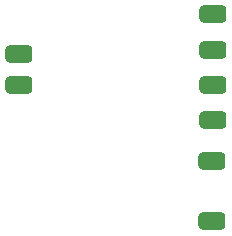
<source format=gbr>
%TF.GenerationSoftware,KiCad,Pcbnew,7.0.6-0*%
%TF.CreationDate,2023-07-26T14:31:40-04:00*%
%TF.ProjectId,Sleep_Apnea,536c6565-705f-4417-906e-65612e6b6963,rev?*%
%TF.SameCoordinates,Original*%
%TF.FileFunction,Paste,Top*%
%TF.FilePolarity,Positive*%
%FSLAX46Y46*%
G04 Gerber Fmt 4.6, Leading zero omitted, Abs format (unit mm)*
G04 Created by KiCad (PCBNEW 7.0.6-0) date 2023-07-26 14:31:40*
%MOMM*%
%LPD*%
G01*
G04 APERTURE LIST*
G04 Aperture macros list*
%AMRoundRect*
0 Rectangle with rounded corners*
0 $1 Rounding radius*
0 $2 $3 $4 $5 $6 $7 $8 $9 X,Y pos of 4 corners*
0 Add a 4 corners polygon primitive as box body*
4,1,4,$2,$3,$4,$5,$6,$7,$8,$9,$2,$3,0*
0 Add four circle primitives for the rounded corners*
1,1,$1+$1,$2,$3*
1,1,$1+$1,$4,$5*
1,1,$1+$1,$6,$7*
1,1,$1+$1,$8,$9*
0 Add four rect primitives between the rounded corners*
20,1,$1+$1,$2,$3,$4,$5,0*
20,1,$1+$1,$4,$5,$6,$7,0*
20,1,$1+$1,$6,$7,$8,$9,0*
20,1,$1+$1,$8,$9,$2,$3,0*%
G04 Aperture macros list end*
%ADD10RoundRect,0.381000X0.762000X0.381000X-0.762000X0.381000X-0.762000X-0.381000X0.762000X-0.381000X0*%
%ADD11RoundRect,0.381000X-0.762000X-0.381000X0.762000X-0.381000X0.762000X0.381000X-0.762000X0.381000X0*%
G04 APERTURE END LIST*
D10*
%TO.C,U4*%
X148460000Y-114540000D03*
X148460000Y-109460000D03*
%TD*%
D11*
%TO.C,U3*%
X132080000Y-100400000D03*
X132080000Y-103000000D03*
%TD*%
%TO.C,U2*%
X148500000Y-97000000D03*
X148500000Y-100000000D03*
X148500000Y-103000000D03*
X148500000Y-106000000D03*
%TD*%
M02*

</source>
